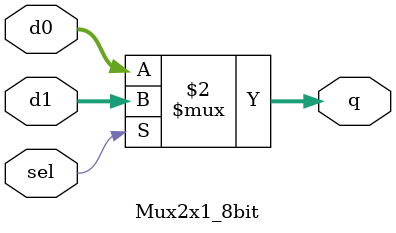
<source format=v>
module Mux2x1_8bit(sel,d0,d1,q);

input  [7:0]d0,d1;
input sel;
output  [7:0]q;

wire sel;
wire  [7:0]d0,d1;

assign q = (sel==1'b1)? d1:d0;
endmodule
</source>
